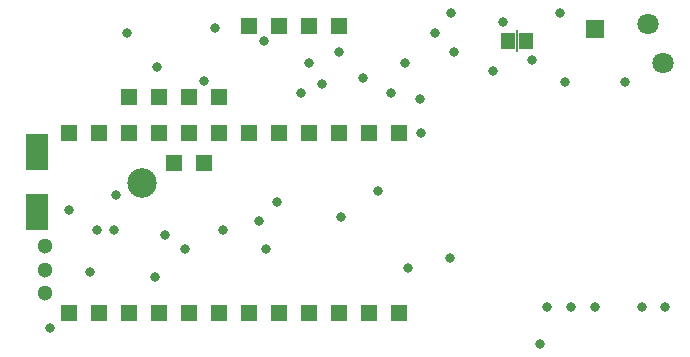
<source format=gbs>
%FSLAX35Y35*%
%MOIN*%
%IN4=Loetstoppmaskeunten(X.StopBot)*%
%ADD10C,0.00591*%
%ADD11C,0.00004*%
%ADD12C,0.00154*%
%ADD13C,0.00192*%
%ADD14C,0.00197*%
%ADD15C,0.00200*%
%ADD16C,0.00240*%
%ADD17C,0.00288*%
%ADD18C,0.00300*%
%ADD19C,0.00394*%
%ADD20C,0.00400*%
%ADD21C,0.00450*%
%ADD22C,0.00500*%
%ADD23C,0.00600*%
%ADD24C,0.00787*%
%ADD25C,0.00800*%
%ADD26C,0.01000*%
%ADD27C,0.01024*%
%ADD28C,0.01181*%
%ADD29C,0.01575*%
%ADD30C,0.01969*%
%ADD31C,0.02362*%
%ADD32C,0.03150*%
%ADD33C,0.05000*%
%ADD34C,0.05118*%
%ADD35C,0.07087*%
%ADD36C,0.09843*%
%AMR_37*21,1,0.00591,0.01181,0,0,0.000*%
%ADD37R_37*%
%AMR_38*21,1,0.00600,0.07200,0,0,0.000*%
%ADD38R_38*%
%AMR_39*21,1,0.00787,0.04724,0,0,0.000*%
%ADD39R_39*%
%AMR_40*21,1,0.00788,0.03150,0,0,0.000*%
%ADD40R_40*%
%AMR_41*21,1,0.01181,0.01181,0,0,0.000*%
%ADD41R_41*%
%AMR_42*21,1,0.01250,0.04375,0,0,0.000*%
%ADD42R_42*%
%AMR_43*21,1,0.01400,0.05600,0,0,0.000*%
%ADD43R_43*%
%AMR_44*21,1,0.01574,0.03150,0,0,0.000*%
%ADD44R_44*%
%AMR_45*21,1,0.01574,0.04724,0,0,0.000*%
%ADD45R_45*%
%AMR_46*21,1,0.01800,0.02300,0,0,0.000*%
%ADD46R_46*%
%AMR_47*21,1,0.01969,0.02559,0,0,0.000*%
%ADD47R_47*%
%AMR_48*21,1,0.01969,0.05118,0,0,45.000*%
%ADD48R_48*%
%AMR_49*21,1,0.02000,0.02000,0,0,0.000*%
%ADD49R_49*%
%AMR_50*21,1,0.02165,0.04724,0,0,0.000*%
%ADD50R_50*%
%AMR_51*21,1,0.02500,0.02500,0,0,0.000*%
%ADD51R_51*%
%AMR_52*21,1,0.02500,0.05000,0,0,0.000*%
%ADD52R_52*%
%AMR_53*21,1,0.02559,0.05906,0,0,0.000*%
%ADD53R_53*%
%AMR_54*21,1,0.02756,0.09843,0,0,270.000*%
%ADD54R_54*%
%AMR_55*21,1,0.02953,0.05709,0,0,0.000*%
%ADD55R_55*%
%AMR_56*21,1,0.02953,0.06693,0,0,0.000*%
%ADD56R_56*%
%AMR_57*21,1,0.03150,0.00788,0,0,0.000*%
%ADD57R_57*%
%AMR_58*21,1,0.03150,0.01574,0,0,0.000*%
%ADD58R_58*%
%AMR_59*21,1,0.03750,0.01875,0,0,0.000*%
%ADD59R_59*%
%AMR_60*21,1,0.03937,0.01575,0,0,180.000*%
%ADD60R_60*%
%AMR_61*21,1,0.03937,0.05512,0,0,0.000*%
%ADD61R_61*%
%AMR_62*21,1,0.04600,0.05512,0,0,90.000*%
%ADD62R_62*%
%AMR_63*21,1,0.04600,0.05512,0,0,180.000*%
%ADD63R_63*%
%AMR_64*21,1,0.04724,0.01574,0,0,0.000*%
%ADD64R_64*%
%AMR_65*21,1,0.04724,0.04724,0,0,0.000*%
%ADD65R_65*%
%AMR_66*21,1,0.05118,0.01969,0,0,45.000*%
%ADD66R_66*%
%AMR_67*21,1,0.05118,0.05906,0,0,0.000*%
%ADD67R_67*%
%AMR_68*21,1,0.05118,0.05906,0,0,90.000*%
%ADD68R_68*%
%AMR_69*21,1,0.05118,0.05906,0,0,180.000*%
%ADD69R_69*%
%AMR_70*21,1,0.05118,0.05906,0,0,270.000*%
%ADD70R_70*%
%AMR_71*21,1,0.05118,0.06299,0,0,0.000*%
%ADD71R_71*%
%AMR_72*21,1,0.05118,0.06299,0,0,90.000*%
%ADD72R_72*%
%AMR_73*21,1,0.05118,0.06299,0,0,180.000*%
%ADD73R_73*%
%AMR_74*21,1,0.05315,0.02362,0,0,0.000*%
%ADD74R_74*%
%AMR_75*21,1,0.05512,0.02795,0,0,90.000*%
%ADD75R_75*%
%AMR_76*21,1,0.05512,0.05512,0,0,90.000*%
%ADD76R_76*%
%AMR_77*21,1,0.05512,0.05512,0,0,180.000*%
%ADD77R_77*%
%AMR_78*21,1,0.05512,0.05512,0,0,270.000*%
%ADD78R_78*%
%AMR_79*21,1,0.05600,0.01400,0,0,0.000*%
%ADD79R_79*%
%AMR_80*21,1,0.05709,0.02953,0,0,0.000*%
%ADD80R_80*%
%AMR_81*21,1,0.06299,0.05512,0,0,0.000*%
%ADD81R_81*%
%AMR_82*21,1,0.06299,0.05512,0,0,180.000*%
%ADD82R_82*%
%AMR_83*21,1,0.06299,0.06299,0,0,0.000*%
%ADD83R_83*%
%AMR_84*21,1,0.06299,0.07087,0,0,180.000*%
%ADD84R_84*%
%AMR_85*21,1,0.06299,0.07087,0,0,270.000*%
%ADD85R_85*%
%AMR_86*21,1,0.06693,0.02953,0,0,0.000*%
%ADD86R_86*%
%AMR_87*21,1,0.07087,0.11811,0,0,0.000*%
%ADD87R_87*%
%AMR_88*21,1,0.07087,0.14173,0,0,90.000*%
%ADD88R_88*%
%AMR_89*21,1,0.07200,0.00600,0,0,0.000*%
%ADD89R_89*%
%AMR_90*21,1,0.07874,0.06299,0,0,90.000*%
%ADD90R_90*%
%AMR_91*21,1,0.08661,0.04724,0,0,90.000*%
%ADD91R_91*%
%AMR_92*21,1,0.10625,0.01875,0,0,0.000*%
%ADD92R_92*%
%AMR_93*21,1,0.19685,0.19685,0,0,0.000*%
%ADD93R_93*%
%AMRR_94*21,1,0.03937,0.01260,0,0,0.000*21,1,0.03622,0.01575,0,0,0.000*1,1,0.00315,0.01811,0.00630*1,1,0.00315,-0.01811,-0.00630*1,1,0.00315,0.01811,-0.00630*1,1,0.00315,-0.01811,0.00630*%
%ADD94RR_94*%
G54D32*
X172500Y2790D03*
X156884Y93690D03*
X44375Y25000D03*
X78864Y43635D03*
X30625Y40625D03*
X118750Y53750D03*
X85114Y49885D03*
X93125Y86250D03*
X95625Y96250D03*
X127500Y96250D03*
X123125Y86250D03*
X200812Y89901D03*
X180812Y89901D03*
X113750Y91250D03*
X175063Y15098D03*
X190812Y15098D03*
X106250Y45000D03*
X182937Y15098D03*
X128750Y28125D03*
X142500Y31250D03*
X206560Y15098D03*
X25000Y40625D03*
X31250Y52324D03*
X214434Y15098D03*
X66875Y40625D03*
X60625Y90500D03*
X80625Y103750D03*
X132500Y84375D03*
X137500Y106250D03*
X160375Y109940D03*
X133125Y73125D03*
X170044Y97440D03*
X142875Y113125D03*
X144125Y100000D03*
X100000Y89375D03*
X9375Y8125D03*
X35000Y106250D03*
X45000Y95000D03*
X64375Y108125D03*
X81250Y34375D03*
X47500Y39003D03*
X15625Y47500D03*
X105625Y100000D03*
X22500Y26875D03*
X54375Y34375D03*
X179419Y113065D03*
G54D34*
X7500Y19625D03*
X7500Y35374D03*
X7500Y27500D03*
G54D35*
X213750Y96250D03*
X208750Y109375D03*
G54D36*
X40000Y56250D03*
G54D63*
X168000Y103750D03*
X162000Y103750D03*
G54D76*
X15625Y73125D03*
X25625Y73125D03*
X35625Y73125D03*
X45625Y73125D03*
X55625Y73125D03*
X65625Y73125D03*
X75625Y73125D03*
X85625Y73125D03*
X95625Y73125D03*
X105625Y73125D03*
X115625Y73125D03*
X125625Y73125D03*
G54D77*
X65625Y85000D03*
X55625Y85000D03*
X45625Y85000D03*
X35625Y85000D03*
X105625Y108750D03*
X95625Y108750D03*
X85625Y108750D03*
X75625Y108750D03*
G54D78*
X125625Y13125D03*
X115625Y13125D03*
X105625Y13125D03*
X95625Y13125D03*
X85625Y13125D03*
X75625Y13125D03*
X65625Y13125D03*
X55625Y13125D03*
X45625Y13125D03*
X35625Y13125D03*
X25625Y13125D03*
X15625Y13125D03*
X60625Y63125D03*
X50625Y63125D03*
G54D83*
X190937Y107812D03*
G54D87*
X5000Y46875D03*
X5000Y66875D03*
G36*
X165300Y107350D02*
X165300Y100150D01*
X164700Y100150D01*
X164700Y107350D01*
X165300Y107350D01*
D02*G37*
M02*

</source>
